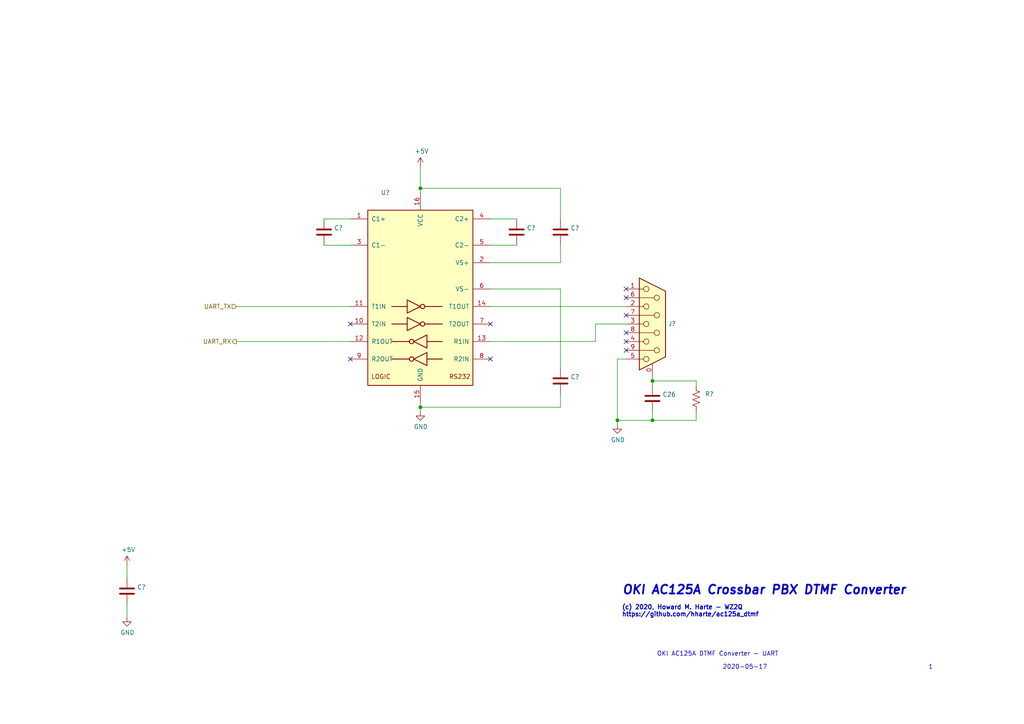
<source format=kicad_sch>
(kicad_sch (version 20211123) (generator eeschema)
  (paper "A4")
  (lib_symbols
    (symbol "Connector:DB9_Female_MountingHoles" (pin_names (offset 1.016) hide)
      (property "Reference" "J" (at 0 16.51 0))
      (property "Value" "DB9_Female_MountingHoles" (at 0 14.605 0))
      (symbol "DB9_Female_MountingHoles_0_1"
        (circle (center -1.778 -10.16) (radius 0.762))
        (circle (center -1.778 -5.08) (radius 0.762))
        (circle (center -1.778 0) (radius 0.762))
        (circle (center -1.778 5.08) (radius 0.762))
        (circle (center -1.778 10.16) (radius 0.762))
        (polyline (pts (xy -3.81 -10.16) (xy -2.54 -10.16)))
        (polyline (pts (xy -3.81 -7.62) (xy 0.508 -7.62)))
        (polyline (pts (xy -3.81 -5.08) (xy -2.54 -5.08)))
        (polyline (pts (xy -3.81 -2.54) (xy 0.508 -2.54)))
        (polyline (pts (xy -3.81 0) (xy -2.54 0)))
        (polyline (pts (xy -3.81 2.54) (xy 0.508 2.54)))
        (polyline (pts (xy -3.81 5.08) (xy -2.54 5.08)))
        (polyline (pts (xy -3.81 7.62) (xy 0.508 7.62)))
        (polyline (pts (xy -3.81 10.16) (xy -2.54 10.16)))
        (polyline (pts (xy -3.81 13.335) (xy -3.81 -13.335) (xy 3.81 -9.525) (xy 3.81 9.525) (xy -3.81 13.335)) (stroke (width 0.254)) (fill (type background)))
        (circle (center 1.27 -7.62) (radius 0.762))
        (circle (center 1.27 -2.54) (radius 0.762))
        (circle (center 1.27 2.54) (radius 0.762))
        (circle (center 1.27 7.62) (radius 0.762))
      )
      (symbol "DB9_Female_MountingHoles_1_1"
        (pin passive line (at 0 -15.24 90) (length 3.81) (name "PAD") (number "0"))
        (pin passive line (at -7.62 10.16 0) (length 3.81) (name "1") (number "1"))
        (pin passive line (at -7.62 5.08 0) (length 3.81) (name "2") (number "2"))
        (pin passive line (at -7.62 0 0) (length 3.81) (name "3") (number "3"))
        (pin passive line (at -7.62 -5.08 0) (length 3.81) (name "4") (number "4"))
        (pin passive line (at -7.62 -10.16 0) (length 3.81) (name "5") (number "5"))
        (pin passive line (at -7.62 7.62 0) (length 3.81) (name "6") (number "6"))
        (pin passive line (at -7.62 2.54 0) (length 3.81) (name "7") (number "7"))
        (pin passive line (at -7.62 -2.54 0) (length 3.81) (name "8") (number "8"))
        (pin passive line (at -7.62 -7.62 0) (length 3.81) (name "9") (number "9"))
      )
    )
    (symbol "Device:C" (pin_numbers hide) (pin_names (offset 0.254))
      (property "Reference" "C" (at 0.635 2.54 0))
      (property "Value" "C" (at 0.635 -2.54 0))
      (symbol "C_0_1"
        (polyline (pts (xy -2.032 -0.762) (xy 2.032 -0.762)) (stroke (width 0.508)))
        (polyline (pts (xy -2.032 0.762) (xy 2.032 0.762)) (stroke (width 0.508)))
      )
      (symbol "C_1_1"
        (pin passive line (at 0 3.81 270) (length 2.794) (name "~") (number "1"))
        (pin passive line (at 0 -3.81 90) (length 2.794) (name "~") (number "2"))
      )
    )
    (symbol "Device:R_US" (pin_numbers hide) (pin_names (offset 0))
      (property "Reference" "R" (at 2.54 0 90))
      (property "Value" "R_US" (at -2.54 0 90))
      (symbol "R_US_0_1"
        (polyline (pts (xy 0 -2.286) (xy 0 -2.54)))
        (polyline (pts (xy 0 2.286) (xy 0 2.54)))
        (polyline (pts (xy 0 -0.762) (xy 1.016 -1.143) (xy 0 -1.524) (xy -1.016 -1.905) (xy 0 -2.286)))
        (polyline (pts (xy 0 0.762) (xy 1.016 0.381) (xy 0 0) (xy -1.016 -0.381) (xy 0 -0.762)))
        (polyline (pts (xy 0 2.286) (xy 1.016 1.905) (xy 0 1.524) (xy -1.016 1.143) (xy 0 0.762)))
      )
      (symbol "R_US_1_1"
        (pin passive line (at 0 3.81 270) (length 1.27) (name "~") (number "1"))
        (pin passive line (at 0 -3.81 90) (length 1.27) (name "~") (number "2"))
      )
    )
    (symbol "Interface_UART:MAX202" (pin_names (offset 1.016))
      (property "Reference" "U" (at -2.54 28.575 0))
      (property "Value" "MAX202" (at -2.54 26.67 0))
      (symbol "MAX202_0_0"
        (text "LOGIC" (at -11.43 -22.86 0) (effects (font (size 1.27 1.27))))
        (text "RS232" (at 11.43 -22.86 0) (effects (font (size 1.27 1.27))))
      )
      (symbol "MAX202_0_1"
        (rectangle (start -15.24 -25.4) (end 15.24 25.4) (stroke (width 0.254)) (fill (type background)))
        (circle (center -2.54 -17.78) (radius 0.635) (stroke (width 0.254)))
        (circle (center -2.54 -12.7) (radius 0.635) (stroke (width 0.254)))
        (polyline (pts (xy -3.81 -7.62) (xy -8.255 -7.62)) (stroke (width 0.254)))
        (polyline (pts (xy -3.81 -2.54) (xy -8.255 -2.54)) (stroke (width 0.254)))
        (polyline (pts (xy -3.175 -17.78) (xy -8.255 -17.78)) (stroke (width 0.254)))
        (polyline (pts (xy -3.175 -12.7) (xy -8.255 -12.7)) (stroke (width 0.254)))
        (polyline (pts (xy 1.27 -7.62) (xy 6.35 -7.62)) (stroke (width 0.254)))
        (polyline (pts (xy 1.27 -2.54) (xy 6.35 -2.54)) (stroke (width 0.254)))
        (polyline (pts (xy 1.905 -17.78) (xy 6.35 -17.78)) (stroke (width 0.254)))
        (polyline (pts (xy 1.905 -12.7) (xy 6.35 -12.7)) (stroke (width 0.254)))
        (polyline (pts (xy -3.81 -5.715) (xy -3.81 -9.525) (xy 0 -7.62) (xy -3.81 -5.715)) (stroke (width 0.254)))
        (polyline (pts (xy -3.81 -0.635) (xy -3.81 -4.445) (xy 0 -2.54) (xy -3.81 -0.635)) (stroke (width 0.254)))
        (polyline (pts (xy 1.905 -15.875) (xy 1.905 -19.685) (xy -1.905 -17.78) (xy 1.905 -15.875)) (stroke (width 0.254)))
        (polyline (pts (xy 1.905 -10.795) (xy 1.905 -14.605) (xy -1.905 -12.7) (xy 1.905 -10.795)) (stroke (width 0.254)))
        (circle (center 0.635 -7.62) (radius 0.635) (stroke (width 0.254)))
        (circle (center 0.635 -2.54) (radius 0.635) (stroke (width 0.254)))
      )
      (symbol "MAX202_1_1"
        (pin passive line (at -20.32 22.86 0) (length 5.08) (name "C1+") (number "1"))
        (pin input line (at -20.32 -7.62 0) (length 5.08) (name "T2IN") (number "10"))
        (pin input line (at -20.32 -2.54 0) (length 5.08) (name "T1IN") (number "11"))
        (pin output line (at -20.32 -12.7 0) (length 5.08) (name "R1OUT") (number "12"))
        (pin input line (at 20.32 -12.7 180) (length 5.08) (name "R1IN") (number "13"))
        (pin output line (at 20.32 -2.54 180) (length 5.08) (name "T1OUT") (number "14"))
        (pin power_in line (at 0 -30.48 90) (length 5.08) (name "GND") (number "15"))
        (pin power_in line (at 0 30.48 270) (length 5.08) (name "VCC") (number "16"))
        (pin power_out line (at 20.32 10.16 180) (length 5.08) (name "VS+") (number "2"))
        (pin passive line (at -20.32 15.24 0) (length 5.08) (name "C1-") (number "3"))
        (pin passive line (at 20.32 22.86 180) (length 5.08) (name "C2+") (number "4"))
        (pin passive line (at 20.32 15.24 180) (length 5.08) (name "C2-") (number "5"))
        (pin power_out line (at 20.32 2.54 180) (length 5.08) (name "VS-") (number "6"))
        (pin output line (at 20.32 -7.62 180) (length 5.08) (name "T2OUT") (number "7"))
        (pin input line (at 20.32 -17.78 180) (length 5.08) (name "R2IN") (number "8"))
        (pin output line (at -20.32 -17.78 0) (length 5.08) (name "R2OUT") (number "9"))
      )
    )
    (symbol "power:+5V" (power) (pin_names (offset 0))
      (property "Value" "+5V" (at 0 3.556 0))
      (symbol "+5V_0_1"
        (polyline (pts (xy -0.762 1.27) (xy 0 2.54)))
        (polyline (pts (xy 0 0) (xy 0 2.54)))
        (polyline (pts (xy 0 2.54) (xy 0.762 1.27)))
      )
      (symbol "+5V_1_1"
        (pin power_in line (at 0 0 90) (length 0) hide (name "+5V") (number "1"))
      )
    )
    (symbol "power:GND" (power) (pin_names (offset 0))
      (property "Value" "GND" (at 0 -3.81 0))
      (symbol "GND_0_1"
        (polyline (pts (xy 0 0) (xy 0 -1.27) (xy 1.27 -1.27) (xy 0 -2.54) (xy -1.27 -1.27) (xy 0 -1.27)))
      )
      (symbol "GND_1_1"
        (pin power_in line (at 0 0 270) (length 0) hide (name "GND") (number "1"))
      )
    )
  )
  (junction (at 179.07 121.92))
  (junction (at 189.23 110.49))
  (junction (at 189.23 121.92))
  (junction (at 121.92 118.11))
  (junction (at 121.92 54.61))
  (no_connect (at 181.61 91.44))
  (no_connect (at 181.61 83.82))
  (no_connect (at 101.6 104.14))
  (no_connect (at 181.61 86.36))
  (no_connect (at 142.24 104.14))
  (no_connect (at 181.61 96.52))
  (no_connect (at 101.6 93.98))
  (no_connect (at 181.61 101.6))
  (no_connect (at 142.24 93.98))
  (no_connect (at 181.61 99.06))
  (wire (pts (xy 93.98 71.12) (xy 101.6 71.12)))
  (wire (pts (xy 121.92 54.61) (xy 121.92 55.88)))
  (wire (pts (xy 121.92 116.84) (xy 121.92 118.11)))
  (wire (pts (xy 93.98 63.5) (xy 101.6 63.5)))
  (wire (pts (xy 179.07 104.14) (xy 179.07 121.92)))
  (wire (pts (xy 162.56 83.82) (xy 162.56 106.68)))
  (wire (pts (xy 189.23 110.49) (xy 189.23 109.22)))
  (wire (pts (xy 36.83 175.26) (xy 36.83 179.07)))
  (wire (pts (xy 172.72 99.06) (xy 172.72 93.98)))
  (wire (pts (xy 201.93 121.92) (xy 201.93 119.38)))
  (wire (pts (xy 189.23 111.76) (xy 189.23 110.49)))
  (wire (pts (xy 201.93 111.76) (xy 201.93 110.49)))
  (wire (pts (xy 189.23 119.38) (xy 189.23 121.92)))
  (wire (pts (xy 162.56 54.61) (xy 162.56 63.5)))
  (wire (pts (xy 181.61 104.14) (xy 179.07 104.14)))
  (wire (pts (xy 189.23 121.92) (xy 179.07 121.92)))
  (wire (pts (xy 101.6 88.9) (xy 68.58 88.9)))
  (wire (pts (xy 162.56 118.11) (xy 121.92 118.11)))
  (wire (pts (xy 142.24 99.06) (xy 172.72 99.06)))
  (wire (pts (xy 149.86 63.5) (xy 142.24 63.5)))
  (wire (pts (xy 162.56 76.2) (xy 142.24 76.2)))
  (wire (pts (xy 201.93 110.49) (xy 189.23 110.49)))
  (wire (pts (xy 36.83 167.64) (xy 36.83 163.83)))
  (wire (pts (xy 121.92 119.38) (xy 121.92 118.11)))
  (wire (pts (xy 172.72 93.98) (xy 181.61 93.98)))
  (wire (pts (xy 179.07 121.92) (xy 179.07 123.19)))
  (wire (pts (xy 121.92 54.61) (xy 162.56 54.61)))
  (wire (pts (xy 162.56 114.3) (xy 162.56 118.11)))
  (wire (pts (xy 142.24 71.12) (xy 149.86 71.12)))
  (wire (pts (xy 121.92 48.26) (xy 121.92 54.61)))
  (wire (pts (xy 189.23 121.92) (xy 201.93 121.92)))
  (wire (pts (xy 142.24 83.82) (xy 162.56 83.82)))
  (wire (pts (xy 142.24 88.9) (xy 181.61 88.9)))
  (wire (pts (xy 68.58 99.06) (xy 101.6 99.06)))
  (wire (pts (xy 162.56 71.12) (xy 162.56 76.2)))
  (text "1" (at 269.24 194.31 0) (effects (font (size 1.27 1.27)) (justify left bottom)))
  (text "OKI AC125A Crossbar PBX DTMF Converter" (at 180.34 172.72 0) (effects (font (size 2.54 2.54) (thickness 0.508) bold italic) (justify left bottom)))
  (text "OKI AC125A DTMF Converter - UART" (at 190.5 190.5 0) (effects (font (size 1.27 1.27)) (justify left bottom)))
  (text "2020-05-17" (at 209.55 194.31 0) (effects (font (size 1.27 1.27)) (justify left bottom)))
  (text "(c) 2020, Howard M. Harte - WZ2Q\nhttps://github.com/hharte/ac125a_dtmf" (at 180.34 179.07 0) (effects (font (size 1.27 1.27) (thickness 0.254) bold) (justify left bottom)))
  (hierarchical_label "UART_RX" (shape output) (at 68.58 99.06 180))
  (hierarchical_label "UART_TX" (shape input) (at 68.58 88.9 180))
  (symbol (lib_id "Connector:DB9_Female_MountingHoles") (at 189.23 93.98 0) (unit 1)
    (property "Reference" "J?" (at 193.802 93.9292 0) (effects (justify left)))
    (property "Datasheet" " ~" (effects hide))
  )
  (symbol (lib_id "Interface_UART:MAX202") (at 121.92 86.36 0) (unit 1)
    (property "Reference" "U?" (at 111.76 55.88 0))
    (property "Datasheet" "http://www.ti.com/lit/ds/symlink/max202.pdf" (effects hide))
  )
  (symbol (lib_id "power:GND") (at 121.92 119.38 0) (unit 1)
    (property "Reference" "#PWR?" (effects hide))
  )
  (symbol (lib_id "power:+5V") (at 121.92 48.26 0) (unit 1)
    (property "Reference" "#PWR?" (effects hide))
  )
  (symbol (lib_id "power:GND") (at 179.07 123.19 0) (unit 1)
    (property "Reference" "#PWR?" (effects hide))
  )
  (symbol (lib_id "power:+5V") (at 36.83 163.83 0) (unit 1)
    (property "Reference" "#PWR?" (effects hide))
  )
  (symbol (lib_id "Device:C") (at 36.83 171.45 0) (unit 1)
    (property "Reference" "C?" (at 39.751 170.2816 0) (effects (justify left)))
    (property "Datasheet" "https://www.digikey.com/product-detail/en/vishay-bc-components/K104Z15Y5VE5TL2/BC1148CT-ND/286770" (effects hide))
  )
  (symbol (lib_id "power:GND") (at 36.83 179.07 0) (unit 1)
    (property "Reference" "#PWR?" (effects hide))
  )
  (symbol (lib_id "Device:C") (at 149.86 67.31 0) (unit 1)
    (property "Reference" "C?" (at 152.781 66.1416 0) (effects (justify left)))
    (property "Datasheet" "https://www.digikey.com/product-detail/en/vishay-bc-components/K104Z15Y5VE5TL2/BC1148CT-ND/286770" (effects hide))
  )
  (symbol (lib_id "Device:C") (at 93.98 67.31 0) (unit 1)
    (property "Reference" "C?" (at 96.901 66.1416 0) (effects (justify left)))
    (property "Datasheet" "https://www.digikey.com/product-detail/en/vishay-bc-components/K104Z15Y5VE5TL2/BC1148CT-ND/286770" (effects hide))
  )
  (symbol (lib_id "Device:C") (at 162.56 67.31 0) (unit 1)
    (property "Reference" "C?" (at 165.481 66.1416 0) (effects (justify left)))
    (property "Datasheet" "https://www.digikey.com/product-detail/en/vishay-bc-components/K104Z15Y5VE5TL2/BC1148CT-ND/286770" (effects hide))
  )
  (symbol (lib_id "Device:C") (at 162.56 110.49 0) (unit 1)
    (property "Reference" "C?" (at 165.481 109.3216 0) (effects (justify left)))
    (property "Datasheet" "https://www.digikey.com/product-detail/en/vishay-bc-components/K104Z15Y5VE5TL2/BC1148CT-ND/286770" (effects hide))
  )
  (symbol (lib_id "Device:C") (at 189.23 115.57 0) (unit 1)
    (property "Reference" "C26" (at 192.151 114.4016 0) (effects (justify left)))
    (property "Datasheet" "https://www.digikey.com/product-detail/en/kemet/C317C472K1R5TA7301/399-13937-1-ND/6562530" (effects hide))
  )
  (symbol (lib_id "Device:R_US") (at 201.93 115.57 0) (unit 1)
    (property "Reference" "R?" (at 205.74 114.3 0))
  )
)
</source>
